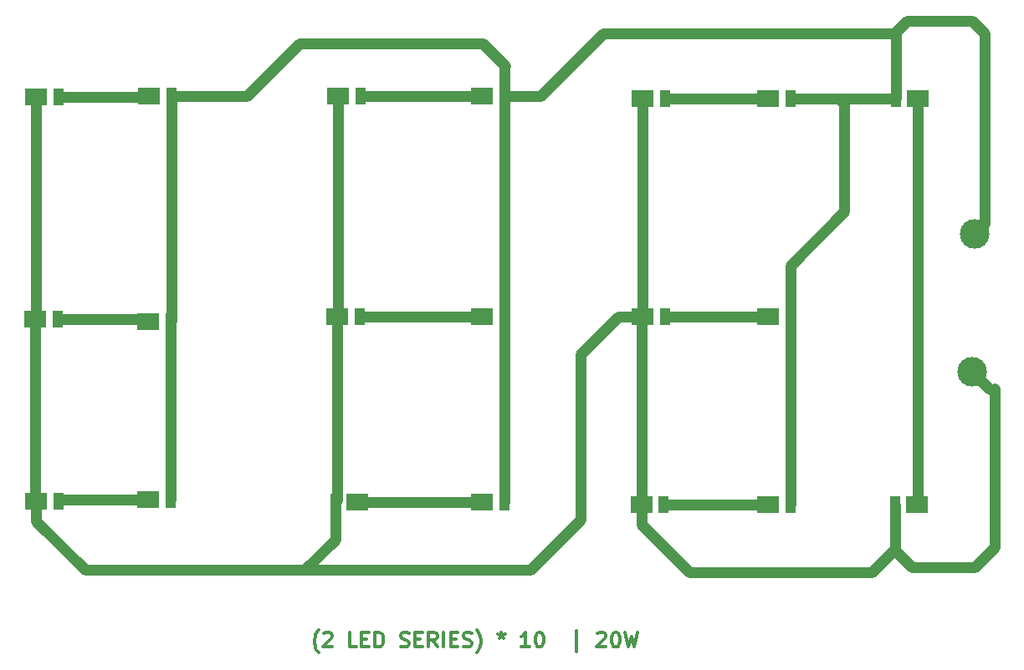
<source format=gbr>
%TF.GenerationSoftware,KiCad,Pcbnew,(6.0.4)*%
%TF.CreationDate,2022-04-23T23:35:32+05:30*%
%TF.ProjectId,led_20w,6c65645f-3230-4772-9e6b-696361645f70,rev?*%
%TF.SameCoordinates,Original*%
%TF.FileFunction,Copper,L1,Top*%
%TF.FilePolarity,Positive*%
%FSLAX46Y46*%
G04 Gerber Fmt 4.6, Leading zero omitted, Abs format (unit mm)*
G04 Created by KiCad (PCBNEW (6.0.4)) date 2022-04-23 23:35:32*
%MOMM*%
%LPD*%
G01*
G04 APERTURE LIST*
%ADD10C,0.300000*%
%TA.AperFunction,NonConductor*%
%ADD11C,0.300000*%
%TD*%
%TA.AperFunction,SMDPad,CuDef*%
%ADD12R,2.200000X1.800000*%
%TD*%
%TA.AperFunction,SMDPad,CuDef*%
%ADD13R,1.100000X1.800000*%
%TD*%
%TA.AperFunction,SMDPad,CuDef*%
%ADD14C,3.000000*%
%TD*%
%TA.AperFunction,Conductor*%
%ADD15C,1.063070*%
%TD*%
G04 APERTURE END LIST*
D10*
D11*
X117492857Y-114280000D02*
X117421428Y-114208571D01*
X117278571Y-113994285D01*
X117207142Y-113851428D01*
X117135714Y-113637142D01*
X117064285Y-113280000D01*
X117064285Y-112994285D01*
X117135714Y-112637142D01*
X117207142Y-112422857D01*
X117278571Y-112280000D01*
X117421428Y-112065714D01*
X117492857Y-111994285D01*
X117992857Y-112351428D02*
X118064285Y-112280000D01*
X118207142Y-112208571D01*
X118564285Y-112208571D01*
X118707142Y-112280000D01*
X118778571Y-112351428D01*
X118850000Y-112494285D01*
X118850000Y-112637142D01*
X118778571Y-112851428D01*
X117921428Y-113708571D01*
X118850000Y-113708571D01*
X121350000Y-113708571D02*
X120635714Y-113708571D01*
X120635714Y-112208571D01*
X121850000Y-112922857D02*
X122350000Y-112922857D01*
X122564285Y-113708571D02*
X121850000Y-113708571D01*
X121850000Y-112208571D01*
X122564285Y-112208571D01*
X123207142Y-113708571D02*
X123207142Y-112208571D01*
X123564285Y-112208571D01*
X123778571Y-112280000D01*
X123921428Y-112422857D01*
X123992857Y-112565714D01*
X124064285Y-112851428D01*
X124064285Y-113065714D01*
X123992857Y-113351428D01*
X123921428Y-113494285D01*
X123778571Y-113637142D01*
X123564285Y-113708571D01*
X123207142Y-113708571D01*
X125778571Y-113637142D02*
X125992857Y-113708571D01*
X126350000Y-113708571D01*
X126492857Y-113637142D01*
X126564285Y-113565714D01*
X126635714Y-113422857D01*
X126635714Y-113280000D01*
X126564285Y-113137142D01*
X126492857Y-113065714D01*
X126350000Y-112994285D01*
X126064285Y-112922857D01*
X125921428Y-112851428D01*
X125850000Y-112780000D01*
X125778571Y-112637142D01*
X125778571Y-112494285D01*
X125850000Y-112351428D01*
X125921428Y-112280000D01*
X126064285Y-112208571D01*
X126421428Y-112208571D01*
X126635714Y-112280000D01*
X127278571Y-112922857D02*
X127778571Y-112922857D01*
X127992857Y-113708571D02*
X127278571Y-113708571D01*
X127278571Y-112208571D01*
X127992857Y-112208571D01*
X129492857Y-113708571D02*
X128992857Y-112994285D01*
X128635714Y-113708571D02*
X128635714Y-112208571D01*
X129207142Y-112208571D01*
X129350000Y-112280000D01*
X129421428Y-112351428D01*
X129492857Y-112494285D01*
X129492857Y-112708571D01*
X129421428Y-112851428D01*
X129350000Y-112922857D01*
X129207142Y-112994285D01*
X128635714Y-112994285D01*
X130135714Y-113708571D02*
X130135714Y-112208571D01*
X130850000Y-112922857D02*
X131350000Y-112922857D01*
X131564285Y-113708571D02*
X130850000Y-113708571D01*
X130850000Y-112208571D01*
X131564285Y-112208571D01*
X132135714Y-113637142D02*
X132350000Y-113708571D01*
X132707142Y-113708571D01*
X132850000Y-113637142D01*
X132921428Y-113565714D01*
X132992857Y-113422857D01*
X132992857Y-113280000D01*
X132921428Y-113137142D01*
X132850000Y-113065714D01*
X132707142Y-112994285D01*
X132421428Y-112922857D01*
X132278571Y-112851428D01*
X132207142Y-112780000D01*
X132135714Y-112637142D01*
X132135714Y-112494285D01*
X132207142Y-112351428D01*
X132278571Y-112280000D01*
X132421428Y-112208571D01*
X132778571Y-112208571D01*
X132992857Y-112280000D01*
X133492857Y-114280000D02*
X133564285Y-114208571D01*
X133707142Y-113994285D01*
X133778571Y-113851428D01*
X133850000Y-113637142D01*
X133921428Y-113280000D01*
X133921428Y-112994285D01*
X133850000Y-112637142D01*
X133778571Y-112422857D01*
X133707142Y-112280000D01*
X133564285Y-112065714D01*
X133492857Y-111994285D01*
X135992857Y-112208571D02*
X135992857Y-112565714D01*
X135635714Y-112422857D02*
X135992857Y-112565714D01*
X136350000Y-112422857D01*
X135778571Y-112851428D02*
X135992857Y-112565714D01*
X136207142Y-112851428D01*
X138850000Y-113708571D02*
X137992857Y-113708571D01*
X138421428Y-113708571D02*
X138421428Y-112208571D01*
X138278571Y-112422857D01*
X138135714Y-112565714D01*
X137992857Y-112637142D01*
X139778571Y-112208571D02*
X139921428Y-112208571D01*
X140064285Y-112280000D01*
X140135714Y-112351428D01*
X140207142Y-112494285D01*
X140278571Y-112780000D01*
X140278571Y-113137142D01*
X140207142Y-113422857D01*
X140135714Y-113565714D01*
X140064285Y-113637142D01*
X139921428Y-113708571D01*
X139778571Y-113708571D01*
X139635714Y-113637142D01*
X139564285Y-113565714D01*
X139492857Y-113422857D01*
X139421428Y-113137142D01*
X139421428Y-112780000D01*
X139492857Y-112494285D01*
X139564285Y-112351428D01*
X139635714Y-112280000D01*
X139778571Y-112208571D01*
X143564285Y-114208571D02*
X143564285Y-112065714D01*
X145707142Y-112351428D02*
X145778571Y-112280000D01*
X145921428Y-112208571D01*
X146278571Y-112208571D01*
X146421428Y-112280000D01*
X146492857Y-112351428D01*
X146564285Y-112494285D01*
X146564285Y-112637142D01*
X146492857Y-112851428D01*
X145635714Y-113708571D01*
X146564285Y-113708571D01*
X147492857Y-112208571D02*
X147635714Y-112208571D01*
X147778571Y-112280000D01*
X147850000Y-112351428D01*
X147921428Y-112494285D01*
X147992857Y-112780000D01*
X147992857Y-113137142D01*
X147921428Y-113422857D01*
X147850000Y-113565714D01*
X147778571Y-113637142D01*
X147635714Y-113708571D01*
X147492857Y-113708571D01*
X147350000Y-113637142D01*
X147278571Y-113565714D01*
X147207142Y-113422857D01*
X147135714Y-113137142D01*
X147135714Y-112780000D01*
X147207142Y-112494285D01*
X147278571Y-112351428D01*
X147350000Y-112280000D01*
X147492857Y-112208571D01*
X148492857Y-112208571D02*
X148850000Y-113708571D01*
X149135714Y-112637142D01*
X149421428Y-113708571D01*
X149778571Y-112208571D01*
D12*
%TO.P,LED2,1*%
%TO.N,GND*%
X119468000Y-57912000D03*
D13*
%TO.P,LED2,2*%
%TO.N,Net-(LED1-Pad1)*%
X121708000Y-57912000D03*
%TD*%
%TO.P,LED3,2*%
%TO.N,+24V*%
X102487000Y-80772000D03*
D12*
%TO.P,LED3,1*%
%TO.N,Net-(LED3-Pad1)*%
X100247000Y-80772000D03*
%TD*%
%TO.P,LED4,1*%
%TO.N,GND*%
X88817000Y-80518000D03*
D13*
%TO.P,LED4,2*%
%TO.N,Net-(LED3-Pad1)*%
X91057000Y-80518000D03*
%TD*%
%TO.P,LED5,2*%
%TO.N,+24V*%
X102487000Y-98806000D03*
D12*
%TO.P,LED5,1*%
%TO.N,Net-(LED5-Pad1)*%
X100247000Y-98806000D03*
%TD*%
D13*
%TO.P,LED6,2*%
%TO.N,Net-(LED5-Pad1)*%
X91133000Y-98977000D03*
D12*
%TO.P,LED6,1*%
%TO.N,GND*%
X88893000Y-98977000D03*
%TD*%
%TO.P,LED7,1*%
%TO.N,Net-(LED10-Pad2)*%
X162985000Y-58166000D03*
D13*
%TO.P,LED7,2*%
%TO.N,+24V*%
X165225000Y-58166000D03*
%TD*%
D12*
%TO.P,LED8,1*%
%TO.N,Net-(LED8-Pad1)*%
X134029000Y-80264000D03*
D13*
%TO.P,LED8,2*%
%TO.N,+24V*%
X136269000Y-80264000D03*
%TD*%
D12*
%TO.P,LED9,1*%
%TO.N,GND*%
X119385000Y-80264000D03*
D13*
%TO.P,LED9,2*%
%TO.N,Net-(LED8-Pad1)*%
X121625000Y-80264000D03*
%TD*%
D12*
%TO.P,LED10,1*%
%TO.N,GND*%
X150285000Y-58166000D03*
D13*
%TO.P,LED10,2*%
%TO.N,Net-(LED10-Pad2)*%
X152525000Y-58166000D03*
%TD*%
%TO.P,LED15,2*%
%TO.N,+24V*%
X102570000Y-57912000D03*
D12*
%TO.P,LED15,1*%
%TO.N,Net-(LED15-Pad1)*%
X100330000Y-57912000D03*
%TD*%
%TO.P,LED1,1*%
%TO.N,Net-(LED1-Pad1)*%
X134029000Y-57912000D03*
D13*
%TO.P,LED1,2*%
%TO.N,+24V*%
X136269000Y-57912000D03*
%TD*%
D12*
%TO.P,LED22,1*%
%TO.N,Net-(LED22-Pad1)*%
X178137000Y-58166000D03*
D13*
%TO.P,LED22,2*%
%TO.N,+24V*%
X175897000Y-58166000D03*
%TD*%
D12*
%TO.P,LED23,1*%
%TO.N,Net-(LED22-Pad1)*%
X178054000Y-99314000D03*
D13*
%TO.P,LED23,2*%
%TO.N,GND*%
X175814000Y-99314000D03*
%TD*%
D12*
%TO.P,LED29,1*%
%TO.N,Net-(LED29-Pad1)*%
X162985000Y-80264000D03*
D13*
%TO.P,LED29,2*%
%TO.N,+24V*%
X165225000Y-80264000D03*
%TD*%
D12*
%TO.P,LED30,1*%
%TO.N,GND*%
X150285000Y-80264000D03*
D13*
%TO.P,LED30,2*%
%TO.N,Net-(LED29-Pad1)*%
X152525000Y-80264000D03*
%TD*%
D12*
%TO.P,LED36,1*%
%TO.N,Net-(LED36-Pad1)*%
X162985000Y-99314000D03*
D13*
%TO.P,LED36,2*%
%TO.N,+24V*%
X165225000Y-99314000D03*
%TD*%
D12*
%TO.P,LED37,1*%
%TO.N,GND*%
X150156000Y-99314000D03*
D13*
%TO.P,LED37,2*%
%TO.N,Net-(LED36-Pad1)*%
X152396000Y-99314000D03*
%TD*%
D12*
%TO.P,LED43,1*%
%TO.N,Net-(LED43-Pad1)*%
X134029000Y-99060000D03*
D13*
%TO.P,LED43,2*%
%TO.N,+24V*%
X136269000Y-99060000D03*
%TD*%
D12*
%TO.P,LED44,1*%
%TO.N,Net-(LED43-Pad1)*%
X121412000Y-99060000D03*
D13*
%TO.P,LED44,2*%
%TO.N,GND*%
X119172000Y-99060000D03*
%TD*%
D12*
%TO.P,LED16,1*%
%TO.N,GND*%
X88900000Y-57970000D03*
D13*
%TO.P,LED16,2*%
%TO.N,Net-(LED15-Pad1)*%
X91140000Y-57970000D03*
%TD*%
D14*
%TO.P,GND,1,1*%
%TO.N,GND*%
X183642000Y-85852000D03*
%TD*%
%TO.P,+VE,1,1*%
%TO.N,+24V*%
X183896000Y-71882000D03*
%TD*%
D15*
%TO.N,+24V*%
X165225000Y-75059000D02*
X170688000Y-69596000D01*
X165225000Y-80264000D02*
X165225000Y-75059000D01*
X165225000Y-58166000D02*
X170180000Y-58166000D01*
X170688000Y-69596000D02*
X170688000Y-58674000D01*
X170180000Y-58166000D02*
X175897000Y-58166000D01*
X170688000Y-58674000D02*
X170180000Y-58166000D01*
%TO.N,Net-(LED29-Pad1)*%
X152525000Y-80264000D02*
X162985000Y-80264000D01*
%TO.N,+24V*%
X136269000Y-57912000D02*
X139954000Y-57912000D01*
X139954000Y-57912000D02*
X146304000Y-51562000D01*
X146304000Y-51562000D02*
X175768000Y-51562000D01*
%TO.N,GND*%
X150285000Y-58166000D02*
X150285000Y-80264000D01*
X116078000Y-105918000D02*
X138938000Y-105918000D01*
X138938000Y-105918000D02*
X144018000Y-100838000D01*
X144018000Y-100838000D02*
X144018000Y-84074000D01*
X144018000Y-84074000D02*
X147828000Y-80264000D01*
X147828000Y-80264000D02*
X150285000Y-80264000D01*
X150156000Y-99314000D02*
X150156000Y-101277070D01*
X150156000Y-101277070D02*
X155050930Y-106172000D01*
X155050930Y-106172000D02*
X173482000Y-106172000D01*
X173482000Y-106172000D02*
X175768000Y-103886000D01*
%TO.N,+24V*%
X165225000Y-80264000D02*
X165225000Y-99314000D01*
%TO.N,Net-(LED36-Pad1)*%
X152396000Y-99314000D02*
X162985000Y-99314000D01*
%TO.N,GND*%
X150156000Y-99314000D02*
X150156000Y-80393000D01*
X150156000Y-80393000D02*
X150285000Y-80264000D01*
%TO.N,+24V*%
X136269000Y-80264000D02*
X136269000Y-99060000D01*
%TO.N,Net-(LED43-Pad1)*%
X121412000Y-99060000D02*
X134029000Y-99060000D01*
%TO.N,+24V*%
X136269000Y-57912000D02*
X136269000Y-80264000D01*
%TO.N,Net-(LED8-Pad1)*%
X121625000Y-80264000D02*
X134029000Y-80264000D01*
%TO.N,GND*%
X119468000Y-57912000D02*
X119468000Y-80181000D01*
X119468000Y-80181000D02*
X119385000Y-80264000D01*
%TO.N,Net-(LED1-Pad1)*%
X121708000Y-57912000D02*
X134029000Y-57912000D01*
%TO.N,+24V*%
X134112000Y-52578000D02*
X136398000Y-54864000D01*
X136398000Y-54864000D02*
X136269000Y-54993000D01*
X115570000Y-52578000D02*
X134112000Y-52578000D01*
X102570000Y-57912000D02*
X110236000Y-57912000D01*
X136269000Y-54993000D02*
X136269000Y-57912000D01*
X110236000Y-57912000D02*
X115570000Y-52578000D01*
%TO.N,Net-(LED15-Pad1)*%
X91140000Y-57970000D02*
X100272000Y-57970000D01*
X100272000Y-57970000D02*
X100330000Y-57912000D01*
%TO.N,+24V*%
X102570000Y-57912000D02*
X102570000Y-80689000D01*
X102570000Y-80689000D02*
X102487000Y-80772000D01*
X102487000Y-80772000D02*
X102487000Y-98806000D01*
%TO.N,GND*%
X119385000Y-80264000D02*
X119385000Y-98847000D01*
X119385000Y-98847000D02*
X119172000Y-99060000D01*
X88893000Y-98977000D02*
X88893000Y-100940070D01*
X88893000Y-100940070D02*
X93870930Y-105918000D01*
X93870930Y-105918000D02*
X116078000Y-105918000D01*
X119172000Y-102824000D02*
X119172000Y-99060000D01*
X116078000Y-105918000D02*
X119172000Y-102824000D01*
%TO.N,Net-(LED5-Pad1)*%
X100247000Y-98806000D02*
X91304000Y-98806000D01*
X91304000Y-98806000D02*
X91133000Y-98977000D01*
%TO.N,Net-(LED3-Pad1)*%
X91057000Y-80518000D02*
X99993000Y-80518000D01*
X99993000Y-80518000D02*
X100247000Y-80772000D01*
%TO.N,GND*%
X88817000Y-80518000D02*
X88817000Y-98901000D01*
X88817000Y-98901000D02*
X88893000Y-98977000D01*
X88900000Y-57970000D02*
X88900000Y-80435000D01*
X88900000Y-80435000D02*
X88817000Y-80518000D01*
%TO.N,Net-(LED10-Pad2)*%
X162985000Y-58166000D02*
X152525000Y-58166000D01*
%TO.N,+24V*%
X175897000Y-58166000D02*
X175897000Y-51691000D01*
X177038000Y-50292000D02*
X183642000Y-50292000D01*
X175897000Y-51691000D02*
X175768000Y-51562000D01*
X175768000Y-51562000D02*
X177038000Y-50292000D01*
X183642000Y-50292000D02*
X184912000Y-51562000D01*
X184912000Y-51562000D02*
X184912000Y-70866000D01*
X184912000Y-70866000D02*
X183896000Y-71882000D01*
%TO.N,GND*%
X185928000Y-103505000D02*
X185928000Y-87503000D01*
X183896000Y-105664000D02*
X185928000Y-103632000D01*
X185928000Y-87630000D02*
X185420000Y-87630000D01*
X175814000Y-103840000D02*
X175768000Y-103886000D01*
X175814000Y-99314000D02*
X175814000Y-103840000D01*
X175768000Y-103886000D02*
X177546000Y-105664000D01*
X177546000Y-105664000D02*
X183896000Y-105664000D01*
X185420000Y-87630000D02*
X183642000Y-85852000D01*
%TO.N,Net-(LED22-Pad1)*%
X178137000Y-58166000D02*
X178137000Y-99231000D01*
X178137000Y-99231000D02*
X178054000Y-99314000D01*
%TD*%
M02*

</source>
